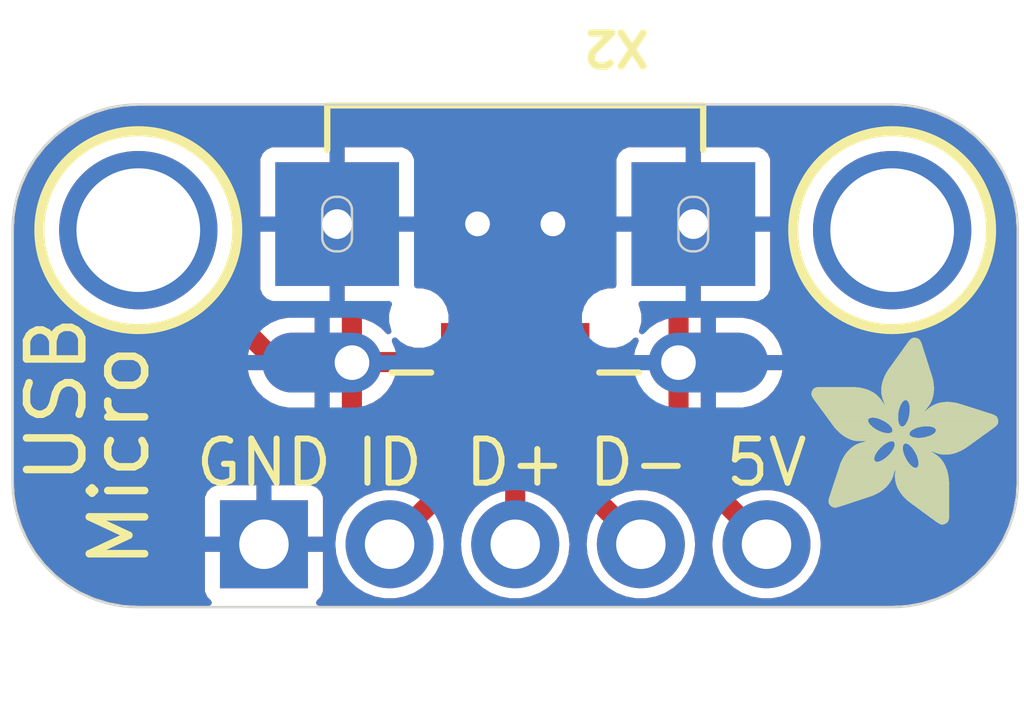
<source format=kicad_pcb>
(kicad_pcb (version 20240108) (generator "pcbnew") (generator_version "8.0")
  (layers (0 "F.Cu" signal) (31 "B.Cu" signal) (34 "B.Paste" user) (35 "F.Paste" user) (36 "B.SilkS" user "B.Silkscreen") (37 "F.SilkS" user "F.Silkscreen") (38 "B.Mask" user) (39 "F.Mask" user) (44 "Edge.Cuts" user))
  (net 0 "")
  (net 1 "ID")
  (net 2 "VBUS")
  (net 3 "D-")
  (net 4 "D+")
  (net 5 "GND")
  (footprint "ADAFRUIT_3.5MM" (layer "F.Cu") (at 154.4701 108.4326)
    (property "Reference" "U$4" (hide yes))
    (property "Value" "" (hide yes))
  )
  (footprint "MOUNTINGHOLE_2.5_PLATED" (layer "F.Cu") (at 140.8811 102.4636)
    (property "Reference" "U$1" (hide yes))
    (property "Value" "MOUNTINGHOLE2.5" (hide yes))
    (pad "P$1" thru_hole circle (at 0 0) (size 3.2 3.2) (drill 2.5) (layers "*.Cu" "*.Mask"))
    (zone (net 0) (net_name "") (layer "F.Cu") (connect_pads (clearance 0)) (min_thickness 0.25)
      (keepout (tracks not_allowed) (vias not_allowed) (pads not_allowed) (copperpour not_allowed) (footprints allowed))
      (fill (thermal_gap 0.5) (thermal_bridge_width 0.5))
      (polygon (pts (xy 142.8971 102.4636) (xy 142.87748 102.183027) (xy 142.819004 101.907915) (xy 142.722808 101.643619) (xy 142.590765 101.395283) (xy 142.425446 101.16774) (xy 142.230067 100.96542) (xy 142.008433 100.79226) (xy 141.764856 100.651631) (xy 141.504078 100.54627) (xy 141.231175 100.478228) (xy 140.951457 100.448828) (xy 140.670371 100.458644) (xy 140.393385 100.507484) (xy 140.125893 100.594397) (xy 139.8731 100.717693) (xy 139.639926 100.87497) (xy 139.430911 101.063169) (xy 139.250122 101.278625) (xy 139.101078 101.517145) (xy 138.98668 101.774087) (xy 138.909154 102.04445) (xy 138.870011 102.322971) (xy 138.870011 102.604229) (xy 138.909154 102.88275) (xy 138.98668 103.153113) (xy 139.101078 103.410055) (xy 139.250122 103.648575) (xy 139.430911 103.864031) (xy 139.639926 104.05223) (xy 139.8731 104.209507) (xy 140.125893 104.332803) (xy 140.393385 104.419716) (xy 140.670371 104.468556) (xy 140.951457 104.478372) (xy 141.231175 104.448972) (xy 141.504078 104.38093) (xy 141.764856 104.275569) (xy 142.008433 104.13494) (xy 142.230067 103.96178) (xy 142.425446 103.75946) (xy 142.590765 103.531917) (xy 142.722808 103.283581) (xy 142.819004 103.019285) (xy 142.87748 102.744173)))
      (polygon (pts (xy 140.8651 102.4636) (xy 140.869786 102.474914) (xy 140.8811 102.4796) (xy 140.892414 102.474914) (xy 140.8971 102.4636) (xy 140.892414 102.452286) (xy 140.8811 102.4476) (xy 140.869786 102.452286)))
    )
    (zone (net 0) (net_name "") (layer "B.Cu") (connect_pads (clearance 0)) (min_thickness 0.25)
      (keepout (tracks not_allowed) (vias not_allowed) (pads not_allowed) (copperpour not_allowed) (footprints allowed))
      (fill (thermal_gap 0.5) (thermal_bridge_width 0.5))
      (polygon (pts (xy 142.8971 102.4636) (xy 142.87748 102.183027) (xy 142.819004 101.907915) (xy 142.722808 101.643619) (xy 142.590765 101.395283) (xy 142.425446 101.16774) (xy 142.230067 100.96542) (xy 142.008433 100.79226) (xy 141.764856 100.651631) (xy 141.504078 100.54627) (xy 141.231175 100.478228) (xy 140.951457 100.448828) (xy 140.670371 100.458644) (xy 140.393385 100.507484) (xy 140.125893 100.594397) (xy 139.8731 100.717693) (xy 139.639926 100.87497) (xy 139.430911 101.063169) (xy 139.250122 101.278625) (xy 139.101078 101.517145) (xy 138.98668 101.774087) (xy 138.909154 102.04445) (xy 138.870011 102.322971) (xy 138.870011 102.604229) (xy 138.909154 102.88275) (xy 138.98668 103.153113) (xy 139.101078 103.410055) (xy 139.250122 103.648575) (xy 139.430911 103.864031) (xy 139.639926 104.05223) (xy 139.8731 104.209507) (xy 140.125893 104.332803) (xy 140.393385 104.419716) (xy 140.670371 104.468556) (xy 140.951457 104.478372) (xy 141.231175 104.448972) (xy 141.504078 104.38093) (xy 141.764856 104.275569) (xy 142.008433 104.13494) (xy 142.230067 103.96178) (xy 142.425446 103.75946) (xy 142.590765 103.531917) (xy 142.722808 103.283581) (xy 142.819004 103.019285) (xy 142.87748 102.744173)))
      (polygon (pts (xy 140.8651 102.4636) (xy 140.869786 102.474914) (xy 140.8811 102.4796) (xy 140.892414 102.474914) (xy 140.8971 102.4636) (xy 140.892414 102.452286) (xy 140.8811 102.4476) (xy 140.869786 102.452286)))
    )
  )
  (footprint "MOUNTINGHOLE_2.5_PLATED" (layer "F.Cu") (at 156.1211 102.4636)
    (property "Reference" "U$2" (hide yes))
    (property "Value" "MOUNTINGHOLE2.5" (hide yes))
    (pad "P$1" thru_hole circle (at 0 0) (size 3.2 3.2) (drill 2.5) (layers "*.Cu" "*.Mask"))
    (zone (net 0) (net_name "") (layer "F.Cu") (connect_pads (clearance 0)) (min_thickness 0.25)
      (keepout (tracks not_allowed) (vias not_allowed) (pads not_allowed) (copperpour not_allowed) (footprints allowed))
      (fill (thermal_gap 0.5) (thermal_bridge_width 0.5))
      (polygon (pts (xy 158.1371 102.4636) (xy 158.11748 102.183027) (xy 158.059004 101.907915) (xy 157.962808 101.643619) (xy 157.830765 101.395283) (xy 157.665446 101.16774) (xy 157.470067 100.96542) (xy 157.248433 100.79226) (xy 157.004856 100.651631) (xy 156.744078 100.54627) (xy 156.471175 100.478228) (xy 156.191457 100.448828) (xy 155.910371 100.458644) (xy 155.633385 100.507484) (xy 155.365893 100.594397) (xy 155.1131 100.717693) (xy 154.879926 100.87497) (xy 154.670911 101.063169) (xy 154.490122 101.278625) (xy 154.341078 101.517145) (xy 154.22668 101.774087) (xy 154.149154 102.04445) (xy 154.110011 102.322971) (xy 154.110011 102.604229) (xy 154.149154 102.88275) (xy 154.22668 103.153113) (xy 154.341078 103.410055) (xy 154.490122 103.648575) (xy 154.670911 103.864031) (xy 154.879926 104.05223) (xy 155.1131 104.209507) (xy 155.365893 104.332803) (xy 155.633385 104.419716) (xy 155.910371 104.468556) (xy 156.191457 104.478372) (xy 156.471175 104.448972) (xy 156.744078 104.38093) (xy 157.004856 104.275569) (xy 157.248433 104.13494) (xy 157.470067 103.96178) (xy 157.665446 103.75946) (xy 157.830765 103.531917) (xy 157.962808 103.283581) (xy 158.059004 103.019285) (xy 158.11748 102.744173)))
      (polygon (pts (xy 156.1051 102.4636) (xy 156.109786 102.474914) (xy 156.1211 102.4796) (xy 156.132414 102.474914) (xy 156.1371 102.4636) (xy 156.132414 102.452286) (xy 156.1211 102.4476) (xy 156.109786 102.452286)))
    )
    (zone (net 0) (net_name "") (layer "B.Cu") (connect_pads (clearance 0)) (min_thickness 0.25)
      (keepout (tracks not_allowed) (vias not_allowed) (pads not_allowed) (copperpour not_allowed) (footprints allowed))
      (fill (thermal_gap 0.5) (thermal_bridge_width 0.5))
      (polygon (pts (xy 158.1371 102.4636) (xy 158.11748 102.183027) (xy 158.059004 101.907915) (xy 157.962808 101.643619) (xy 157.830765 101.395283) (xy 157.665446 101.16774) (xy 157.470067 100.96542) (xy 157.248433 100.79226) (xy 157.004856 100.651631) (xy 156.744078 100.54627) (xy 156.471175 100.478228) (xy 156.191457 100.448828) (xy 155.910371 100.458644) (xy 155.633385 100.507484) (xy 155.365893 100.594397) (xy 155.1131 100.717693) (xy 154.879926 100.87497) (xy 154.670911 101.063169) (xy 154.490122 101.278625) (xy 154.341078 101.517145) (xy 154.22668 101.774087) (xy 154.149154 102.04445) (xy 154.110011 102.322971) (xy 154.110011 102.604229) (xy 154.149154 102.88275) (xy 154.22668 103.153113) (xy 154.341078 103.410055) (xy 154.490122 103.648575) (xy 154.670911 103.864031) (xy 154.879926 104.05223) (xy 155.1131 104.209507) (xy 155.365893 104.332803) (xy 155.633385 104.419716) (xy 155.910371 104.468556) (xy 156.191457 104.478372) (xy 156.471175 104.448972) (xy 156.744078 104.38093) (xy 157.004856 104.275569) (xy 157.248433 104.13494) (xy 157.470067 103.96178) (xy 157.665446 103.75946) (xy 157.830765 103.531917) (xy 157.962808 103.283581) (xy 158.059004 103.019285) (xy 158.11748 102.744173)))
      (polygon (pts (xy 156.1051 102.4636) (xy 156.109786 102.474914) (xy 156.1211 102.4796) (xy 156.132414 102.474914) (xy 156.1371 102.4636) (xy 156.132414 102.452286) (xy 156.1211 102.4476) (xy 156.109786 102.452286)))
    )
  )
  (footprint "FIDUCIAL_1MM" (layer "F.Cu") (at 142.1511 105.6386)
    (property "Reference" "FID1" (hide yes))
    (property "Value" "FIDUCIAL\"\"" (hide yes))
    (pad "1" smd roundrect (at 0 0) (size 1 1) (layers "F.Cu" "F.Mask") (roundrect_rratio 0.5))
  )
  (footprint "1X05_ROUND_70" (layer "F.Cu") (at 148.5011 108.8136)
    (property "Reference" "JP2" (hide yes))
    (property "Value" "")
    (pad "1" thru_hole rect (at -5.08 0 90) (size 1.778 1.778) (drill 1) (layers "*.Cu" "*.Mask") (net 5 "GND"))
    (pad "2" thru_hole circle (at -2.54 0 90) (size 1.778 1.778) (drill 1) (layers "*.Cu" "*.Mask") (net 1 "ID"))
    (pad "3" thru_hole circle (at 0 0 90) (size 1.778 1.778) (drill 1) (layers "*.Cu" "*.Mask") (net 4 "D+"))
    (pad "4" thru_hole circle (at 2.54 0 90) (size 1.778 1.778) (drill 1) (layers "*.Cu" "*.Mask") (net 3 "D-"))
    (pad "5" thru_hole circle (at 5.08 0 90) (size 1.778 1.778) (drill 1) (layers "*.Cu" "*.Mask") (net 2 "VBUS"))
  )
  (footprint "4UCONN_20329" (layer "F.Cu") (at 148.5011 104.2416 180)
    (property "Reference" "X2" (at -2.778 5.852 180) (layer "F.SilkS") (effects (font (size 0.666496 0.666496) (thickness 0.146304)) (justify left bottom)))
    (property "Value" "")
    (fp_line (start 3.9 1.6) (end 3.9 2.2) (stroke (width 0.05)) (layer "Edge.Cuts"))
    (fp_line (start 3.3 2.2) (end 3.3 1.6) (stroke (width 0.05)) (layer "Edge.Cuts"))
    (fp_line (start -3.3 1.6) (end -3.3 2.2) (stroke (width 0.05)) (layer "Edge.Cuts"))
    (fp_line (start -3.9 2.2) (end -3.9 1.6) (stroke (width 0.05)) (layer "Edge.Cuts"))
    (fp_arc (start 3.9 2.2) (mid 3.801777 2.387132) (end 3.6 2.45) (stroke (width 0.05)) (layer "Edge.Cuts"))
    (fp_arc (start 3.6 2.45) (mid 3.398223 2.387132) (end 3.3 2.2) (stroke (width 0.05)) (layer "Edge.Cuts"))
    (fp_arc (start 3.6 1.35) (mid 3.801777 1.412868) (end 3.9 1.6) (stroke (width 0.05)) (layer "Edge.Cuts"))
    (fp_arc (start 3.3 1.6) (mid 3.398223 1.412868) (end 3.6 1.35) (stroke (width 0.05)) (layer "Edge.Cuts"))
    (fp_arc (start -3.3 2.2) (mid -3.398223 2.387132) (end -3.6 2.45) (stroke (width 0.05)) (layer "Edge.Cuts"))
    (fp_arc (start -3.6 2.45) (mid -3.801777 2.387132) (end -3.9 2.2) (stroke (width 0.05)) (layer "Edge.Cuts"))
    (fp_arc (start -3.6 1.35) (mid -3.398223 1.412868) (end -3.3 1.6) (stroke (width 0.05)) (layer "Edge.Cuts"))
    (fp_arc (start -3.9 1.6) (mid -3.801777 1.412868) (end -3.6 1.35) (stroke (width 0.05)) (layer "Edge.Cuts"))
    (pad "" np_thru_hole circle (at -1.95 0 180) (size 0.7 0.7) (drill 0.7) (layers "*.Cu" "*.Mask"))
    (pad "" np_thru_hole circle (at 1.95 0 180) (size 0.7 0.7) (drill 0.7) (layers "*.Cu" "*.Mask"))
    (pad "BASE@1" smd rect (at -0.75 2 270) (size 2 1) (layers "F.Cu" "F.Paste" "F.Mask") (net 5 "GND"))
    (pad "BASE@2" smd rect (at 0.75 2 270) (size 2 1) (layers "F.Cu" "F.Paste" "F.Mask") (net 5 "GND"))
    (pad "D+" smd rect (at 0 -0.775 180) (size 0.4 1.35) (layers "F.Cu" "F.Paste") (net 4 "D+"))
    (pad "D-" smd rect (at -0.65 -0.775 180) (size 0.4 1.35) (layers "F.Cu" "F.Paste") (net 3 "D-"))
    (pad "GND" smd rect (at 1.3 -0.775 180) (size 0.4 1.35) (layers "F.Cu" "F.Paste") (net 5 "GND"))
    (pad "ID" smd rect (at 0.65 -0.775 180) (size 0.4 1.35) (layers "F.Cu" "F.Paste") (net 1 "ID"))
    (pad "SPRT@1" thru_hole oval (at -3.3 -0.9) (size 2.416 1.208) (drill 0.7 (offset 0.604 0)) (layers "*.Cu" "*.Mask") (net 5 "GND"))
    (pad "SPRT@2" thru_hole oval (at 3.3 -0.9 180) (size 2.416 1.208) (drill 0.7 (offset 0.604 0)) (layers "*.Cu" "*.Mask") (net 5 "GND"))
    (pad "SPRT@3" thru_hole rect (at -3.6 1.9 270) (size 2.5 2.5) (drill 0.6) (layers "*.Cu" "*.Mask") (net 5 "GND"))
    (pad "SPRT@4" thru_hole rect (at 3.6 1.9 270) (size 2.5 2.5) (drill 0.6) (layers "*.Cu" "*.Mask") (net 5 "GND"))
    (pad "VBUS" smd rect (at -1.3 -0.775 180) (size 0.4 1.35) (layers "F.Cu" "F.Paste") (net 2 "VBUS"))
  )
  (footprint "FIDUCIAL_1MM" (layer "F.Cu") (at 155.9941 108.8136)
    (property "Reference" "FID2" (hide yes))
    (property "Value" "FIDUCIAL\"\"" (hide yes))
    (pad "1" smd roundrect (at 0 0) (size 1 1) (layers "F.Cu" "F.Mask") (roundrect_rratio 0.5))
  )
  (gr_arc (start 138.3411 102.4636) (mid 139.085049 100.667549) (end 140.8811 99.9236) (stroke (width 0.05)) (layer "Edge.Cuts"))
  (gr_arc (start 156.1211 99.9236) (mid 157.917151 100.667549) (end 158.6611 102.4636) (stroke (width 0.05)) (layer "Edge.Cuts"))
  (gr_line (start 158.6611 102.4636) (end 158.6611 107.5436) (stroke (width 0.05)) (layer "Edge.Cuts"))
  (gr_line (start 140.8811 99.9236) (end 156.1211 99.9236) (stroke (width 0.05)) (layer "Edge.Cuts"))
  (gr_line (start 138.3411 107.5436) (end 138.3411 102.4636) (stroke (width 0.05)) (layer "Edge.Cuts"))
  (gr_arc (start 158.6611 107.5436) (mid 157.917151 109.339651) (end 156.1211 110.0836) (stroke (width 0.05)) (layer "Edge.Cuts"))
  (gr_arc (start 140.8811 110.0836) (mid 139.085049 109.339651) (end 138.3411 107.5436) (stroke (width 0.05)) (layer "Edge.Cuts"))
  (gr_line (start 156.1211 110.0836) (end 140.8811 110.0836) (stroke (width 0.05)) (layer "Edge.Cuts"))
  (gr_text "GND" (at 143.4211 107.1626 0) (layer "F.SilkS") (effects (font (size 0.89408 0.89408) (thickness 0.12192))))
  (gr_text "Micro" (at 140.5001 107.0356 90) (layer "F.SilkS") (effects (font (size 1.1176 1.1176) (thickness 0.1524))))
  (gr_text "D-" (at 151 107.1626 0) (layer "F.SilkS") (effects (font (size 0.89408 0.89408) (thickness 0.12192))))
  (gr_text "D+" (at 148.5011 107.1626 0) (layer "F.SilkS") (effects (font (size 0.89408 0.89408) (thickness 0.12192))))
  (gr_text "USB" (at 139.2301 105.8926 90) (layer "F.SilkS") (effects (font (size 1.1176 1.1176) (thickness 0.1524))))
  (gr_text "5V" (at 153.5811 107.1626 0) (layer "F.SilkS") (effects (font (size 0.89408 0.89408) (thickness 0.12192))))
  (gr_text "ID" (at 145.9611 107.1626 0) (layer "F.SilkS") (effects (font (size 0.89408 0.89408) (thickness 0.12192))))
  (segment (start 147.8511 106.9236) (end 145.9611 108.8136) (width 0.4064) (layer "F.Cu") (net 1))
  (segment (start 147.8511 105.0166) (end 147.8511 106.9236) (width 0.4064) (layer "F.Cu") (net 1))
  (segment (start 149.8011 105.0166) (end 149.8011 105.0336) (width 0.4064) (layer "F.Cu") (net 2))
  (segment (start 149.8011 105.0336) (end 153.5811 108.8136) (width 0.4064) (layer "F.Cu") (net 2))
  (segment (start 149.1511 105.0166) (end 149.1511 106.9236) (width 0.4064) (layer "F.Cu") (net 3))
  (segment (start 149.1511 106.9236) (end 151.0411 108.8136) (width 0.4064) (layer "F.Cu") (net 3))
  (segment (start 148.5011 105.0166) (end 148.5011 108.8136) (width 0.4064) (layer "F.Cu") (net 4))
  (segment (start 147.7391 102.2536) (end 147.7511 102.2416) (width 0.4064) (layer "F.Cu") (net 5))
  (segment (start 151.8031 104.2416) (end 151.8031 104.7496) (width 0.4064) (layer "F.Cu") (net 5))
  (segment (start 149.2631 102.2536) (end 149.2511 102.2416) (width 0.4064) (layer "F.Cu") (net 5))
  (segment (start 151.8011 105.0056) (end 151.6761 105.1306) (width 0.4064) (layer "F.Cu") (net 5))
  (segment (start 151.8011 105.1416) (end 151.8011 105.0056) (width 0.4064) (layer "F.Cu") (net 5))
  (segment (start 143.8021 105.0036) (end 143.5481 105.0036) (width 0.4064) (layer "F.Cu") (net 5))
  (segment (start 151.8011 105.0056) (end 151.8031 105.0036) (width 0.4064) (layer "F.Cu") (net 5))
  (segment (start 143.5481 105.0036) (end 142.9131 104.3686) (width 0.4064) (layer "F.Cu") (net 5))
  (segment (start 146.3421 105.1306) (end 145.3261 105.1306) (width 0.4064) (layer "F.Cu") (net 5))
  (segment (start 151.8031 106.1466) (end 151.8031 105.2576) (width 0.4064) (layer "F.Cu") (net 5))
  (segment (start 151.8031 105.2576) (end 151.6761 105.1306) (width 0.4064) (layer "F.Cu") (net 5))
  (segment (start 147.7391 102.3366) (end 147.7391 102.2536) (width 0.4064) (layer "F.Cu") (net 5))
  (segment (start 145.1991 106.2736) (end 145.1991 105.3846) (width 0.4064) (layer "F.Cu") (net 5))
  (segment (start 145.1991 105.1306) (end 145.1991 104.2416) (width 0.4064) (layer "F.Cu") (net 5))
  (segment (start 149.2631 102.3366) (end 149.2631 102.2536) (width 0.4064) (layer "F.Cu") (net 5))
  (via (at 149.2631 102.3366) (size 0.9064) (drill 0.5) (layers "F.Cu" "B.Cu") (net 5))
  (via (at 147.7391 102.3366) (size 0.9064) (drill 0.5) (layers "F.Cu" "B.Cu") (net 5))
  (zone (net 5) (net_name "GND") (layer "F.Cu") (priority 6) (connect_pads (clearance 0.000001)) (min_thickness 0.127) (fill yes (thermal_gap 0.304) (thermal_bridge_width 0.304))
    (polygon (pts (xy 158.789678 110.2106) (xy 138.215658 110.2106) (xy 138.085522 99.6696) (xy 158.659542 99.6696)))
  )
  (zone (net 5) (net_name "GND") (layer "B.Cu") (priority 6) (connect_pads (clearance 0.000001)) (min_thickness 0.127) (fill yes (thermal_gap 0.304) (thermal_bridge_width 0.304))
    (polygon (pts (xy 158.789678 110.0836) (xy 138.215658 110.0836) (xy 138.085522 99.5426) (xy 158.659542 99.5426)))
  )
)
</source>
